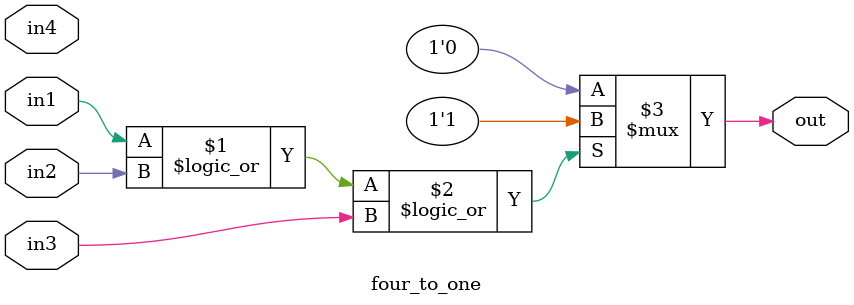
<source format=v>
module four_to_one(
    input in1,
    input in2,
    input in3,
    input in4,
    output out
);

    assign out = (in1 || in2 || in3) ? 1'b1 : 1'b0;

endmodule
</source>
